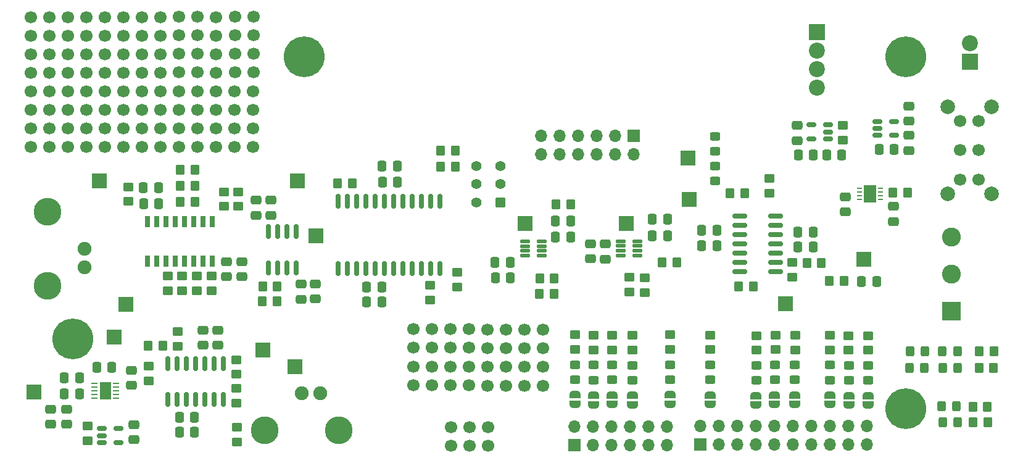
<source format=gts>
G04 #@! TF.GenerationSoftware,KiCad,Pcbnew,8.0.6*
G04 #@! TF.CreationDate,2025-06-21T10:27:38-07:00*
G04 #@! TF.ProjectId,complete_EPG,636f6d70-6c65-4746-955f-4550472e6b69,rev?*
G04 #@! TF.SameCoordinates,Original*
G04 #@! TF.FileFunction,Soldermask,Top*
G04 #@! TF.FilePolarity,Negative*
%FSLAX46Y46*%
G04 Gerber Fmt 4.6, Leading zero omitted, Abs format (unit mm)*
G04 Created by KiCad (PCBNEW 8.0.6) date 2025-06-21 10:27:38*
%MOMM*%
%LPD*%
G01*
G04 APERTURE LIST*
G04 Aperture macros list*
%AMRoundRect*
0 Rectangle with rounded corners*
0 $1 Rounding radius*
0 $2 $3 $4 $5 $6 $7 $8 $9 X,Y pos of 4 corners*
0 Add a 4 corners polygon primitive as box body*
4,1,4,$2,$3,$4,$5,$6,$7,$8,$9,$2,$3,0*
0 Add four circle primitives for the rounded corners*
1,1,$1+$1,$2,$3*
1,1,$1+$1,$4,$5*
1,1,$1+$1,$6,$7*
1,1,$1+$1,$8,$9*
0 Add four rect primitives between the rounded corners*
20,1,$1+$1,$2,$3,$4,$5,0*
20,1,$1+$1,$4,$5,$6,$7,0*
20,1,$1+$1,$6,$7,$8,$9,0*
20,1,$1+$1,$8,$9,$2,$3,0*%
%AMFreePoly0*
4,1,19,0.500000,-0.750000,0.000000,-0.750000,0.000000,-0.744911,-0.071157,-0.744911,-0.207708,-0.704816,-0.327430,-0.627875,-0.420627,-0.520320,-0.479746,-0.390866,-0.500000,-0.250000,-0.500000,0.250000,-0.479746,0.390866,-0.420627,0.520320,-0.327430,0.627875,-0.207708,0.704816,-0.071157,0.744911,0.000000,0.744911,0.000000,0.750000,0.500000,0.750000,0.500000,-0.750000,0.500000,-0.750000,
$1*%
%AMFreePoly1*
4,1,19,0.000000,0.744911,0.071157,0.744911,0.207708,0.704816,0.327430,0.627875,0.420627,0.520320,0.479746,0.390866,0.500000,0.250000,0.500000,-0.250000,0.479746,-0.390866,0.420627,-0.520320,0.327430,-0.627875,0.207708,-0.704816,0.071157,-0.744911,0.000000,-0.744911,0.000000,-0.750000,-0.500000,-0.750000,-0.500000,0.750000,0.000000,0.750000,0.000000,0.744911,0.000000,0.744911,
$1*%
G04 Aperture macros list end*
%ADD10R,0.787400X0.254000*%
%ADD11R,1.752600X2.489200*%
%ADD12C,1.700000*%
%ADD13C,3.810000*%
%ADD14C,1.905000*%
%ADD15C,5.600000*%
%ADD16R,2.000000X2.000000*%
%ADD17RoundRect,0.250000X-0.475000X0.337500X-0.475000X-0.337500X0.475000X-0.337500X0.475000X0.337500X0*%
%ADD18RoundRect,0.250000X0.450000X-0.350000X0.450000X0.350000X-0.450000X0.350000X-0.450000X-0.350000X0*%
%ADD19RoundRect,0.250000X0.337500X0.475000X-0.337500X0.475000X-0.337500X-0.475000X0.337500X-0.475000X0*%
%ADD20RoundRect,0.250000X0.475000X-0.337500X0.475000X0.337500X-0.475000X0.337500X-0.475000X-0.337500X0*%
%ADD21FreePoly0,270.000000*%
%ADD22FreePoly1,270.000000*%
%ADD23RoundRect,0.125000X-0.537500X-0.125000X0.537500X-0.125000X0.537500X0.125000X-0.537500X0.125000X0*%
%ADD24RoundRect,0.250000X-0.450000X0.325000X-0.450000X-0.325000X0.450000X-0.325000X0.450000X0.325000X0*%
%ADD25RoundRect,0.250000X0.325000X0.450000X-0.325000X0.450000X-0.325000X-0.450000X0.325000X-0.450000X0*%
%ADD26RoundRect,0.250000X-0.350000X-0.450000X0.350000X-0.450000X0.350000X0.450000X-0.350000X0.450000X0*%
%ADD27RoundRect,0.250000X0.350000X0.450000X-0.350000X0.450000X-0.350000X-0.450000X0.350000X-0.450000X0*%
%ADD28RoundRect,0.250000X-0.450000X0.350000X-0.450000X-0.350000X0.450000X-0.350000X0.450000X0.350000X0*%
%ADD29RoundRect,0.150000X0.150000X-0.825000X0.150000X0.825000X-0.150000X0.825000X-0.150000X-0.825000X0*%
%ADD30R,2.200000X2.200000*%
%ADD31C,2.200000*%
%ADD32R,1.640000X2.380000*%
%ADD33RoundRect,0.062500X-0.365000X-0.062500X0.365000X-0.062500X0.365000X0.062500X-0.365000X0.062500X0*%
%ADD34RoundRect,0.150000X-0.825000X-0.150000X0.825000X-0.150000X0.825000X0.150000X-0.825000X0.150000X0*%
%ADD35RoundRect,0.150000X-0.512500X-0.150000X0.512500X-0.150000X0.512500X0.150000X-0.512500X0.150000X0*%
%ADD36RoundRect,0.250000X-0.337500X-0.475000X0.337500X-0.475000X0.337500X0.475000X-0.337500X0.475000X0*%
%ADD37RoundRect,0.250000X-0.325000X-0.450000X0.325000X-0.450000X0.325000X0.450000X-0.325000X0.450000X0*%
%ADD38R,0.700000X1.525000*%
%ADD39O,1.700000X1.700000*%
%ADD40R,1.700000X1.700000*%
%ADD41C,1.400000*%
%ADD42RoundRect,0.250000X0.450000X-0.450000X0.450000X0.450000X-0.450000X0.450000X-0.450000X-0.450000X0*%
%ADD43RoundRect,0.150000X0.512500X0.150000X-0.512500X0.150000X-0.512500X-0.150000X0.512500X-0.150000X0*%
%ADD44R,2.600000X2.600000*%
%ADD45C,2.600000*%
%ADD46RoundRect,0.150000X0.150000X-0.875000X0.150000X0.875000X-0.150000X0.875000X-0.150000X-0.875000X0*%
%ADD47C,2.000000*%
G04 APERTURE END LIST*
D10*
X132291600Y-40247001D03*
X132291600Y-39747000D03*
X132291600Y-39247000D03*
X132291600Y-38746999D03*
X129370600Y-38746999D03*
X129370600Y-39247000D03*
X129370600Y-39747000D03*
X129370600Y-40247001D03*
D11*
X130831100Y-39497000D03*
D12*
X85968000Y-58107000D03*
X83433000Y-65802000D03*
X75768000Y-60577000D03*
X80888000Y-60647000D03*
X68153000Y-65732000D03*
X75773000Y-65732000D03*
X73228000Y-58037000D03*
X70688000Y-58037000D03*
X70728000Y-63187000D03*
X73228000Y-60577000D03*
X68148000Y-60577000D03*
X73233000Y-65732000D03*
X80888000Y-58107000D03*
X68188000Y-63187000D03*
X80888000Y-63187000D03*
X78348000Y-60647000D03*
X83428000Y-60647000D03*
X75808000Y-63187000D03*
X75768000Y-58037000D03*
X85968000Y-63187000D03*
X70693000Y-65732000D03*
X83428000Y-63187000D03*
X68148000Y-58037000D03*
X70688000Y-60577000D03*
X80893000Y-65802000D03*
X78353000Y-65802000D03*
X85973000Y-65802000D03*
X73268000Y-63187000D03*
X78348000Y-58107000D03*
X85968000Y-60647000D03*
X83428000Y-58107000D03*
X78348000Y-63187000D03*
D13*
X47778000Y-71949500D03*
D14*
X55398000Y-66869500D03*
D13*
X57938000Y-71949500D03*
D14*
X52858000Y-66869500D03*
D13*
X17925500Y-41957000D03*
D14*
X23005500Y-49577000D03*
D13*
X17925500Y-52117000D03*
D14*
X23005500Y-47037000D03*
D15*
X135708000Y-20677000D03*
X53158000Y-20677000D03*
X21408000Y-59412000D03*
X135708000Y-68937000D03*
D12*
X20708000Y-30527000D03*
D16*
X52248000Y-37727000D03*
D17*
X46553000Y-40394500D03*
X46553000Y-42469500D03*
X44648000Y-48797000D03*
X44648000Y-50872000D03*
D18*
X95428000Y-60889500D03*
X95428000Y-58889500D03*
D19*
X131745500Y-51507000D03*
X129670500Y-51507000D03*
D12*
X28328000Y-30527000D03*
X25788000Y-17827000D03*
D20*
X127458000Y-41964500D03*
X127458000Y-39889500D03*
D18*
X42158000Y-41237000D03*
X42158000Y-39237000D03*
D12*
X30868000Y-20367000D03*
D21*
X95428000Y-67100500D03*
D22*
X95428000Y-68400500D03*
D12*
X23248000Y-22907000D03*
D18*
X117847286Y-60869500D03*
X117847286Y-58869500D03*
D12*
X41103000Y-25442000D03*
X41103000Y-15282000D03*
D23*
X98925500Y-46008000D03*
X98925500Y-46658000D03*
X98925500Y-47308000D03*
X98925500Y-47958000D03*
X96650500Y-47958000D03*
X96650500Y-47308000D03*
X96650500Y-46658000D03*
X96650500Y-46008000D03*
D19*
X33225500Y-40887000D03*
X31150500Y-40887000D03*
D12*
X18168000Y-22907000D03*
D16*
X28688000Y-54697000D03*
D12*
X30868000Y-15287000D03*
X20708000Y-25447000D03*
D17*
X20578000Y-69019500D03*
X20578000Y-71094500D03*
D12*
X15628000Y-30527000D03*
D24*
X95428000Y-62967000D03*
X95428000Y-65017000D03*
D12*
X15628000Y-25447000D03*
D18*
X92918000Y-60918250D03*
X92918000Y-58918250D03*
D17*
X42528000Y-48797000D03*
X42528000Y-50872000D03*
D25*
X138348000Y-61127000D03*
X136298000Y-61127000D03*
D16*
X119228000Y-54577000D03*
D12*
X28328000Y-33067000D03*
D26*
X71928000Y-35777000D03*
X73928000Y-35777000D03*
D12*
X35948000Y-27987000D03*
D27*
X114778000Y-52197000D03*
X112778000Y-52197000D03*
D28*
X116998000Y-37387000D03*
X116998000Y-39387000D03*
D26*
X87728000Y-40982000D03*
X89728000Y-40982000D03*
D12*
X30868000Y-25447000D03*
X33408000Y-15287000D03*
D20*
X134068000Y-43274500D03*
X134068000Y-41199500D03*
D21*
X90338000Y-67059250D03*
D22*
X90338000Y-68359250D03*
D28*
X127070500Y-30147000D03*
X127070500Y-32147000D03*
D12*
X36018000Y-15247000D03*
D21*
X103393000Y-67043000D03*
D22*
X103393000Y-68343000D03*
D29*
X48238000Y-49638000D03*
X49508000Y-49638000D03*
X50778000Y-49638000D03*
X52048000Y-49638000D03*
X52048000Y-44688000D03*
X50778000Y-44688000D03*
X49508000Y-44688000D03*
X48238000Y-44688000D03*
D12*
X36018000Y-22867000D03*
D17*
X29453000Y-63694500D03*
X29453000Y-65769500D03*
D12*
X46183000Y-27982000D03*
X38558000Y-20327000D03*
D30*
X144538000Y-21417000D03*
D31*
X144538000Y-18877000D03*
D17*
X18353000Y-69019500D03*
X18353000Y-71094500D03*
D12*
X73308000Y-71517000D03*
D27*
X38148000Y-36237000D03*
X36148000Y-36237000D03*
D20*
X29848000Y-73204500D03*
X29848000Y-71129500D03*
D12*
X35948000Y-33067000D03*
X43713000Y-20322000D03*
X18168000Y-27987000D03*
D17*
X52738000Y-51869500D03*
X52738000Y-53944500D03*
D12*
X43713000Y-15242000D03*
X73308000Y-74057000D03*
X41103000Y-17822000D03*
X46253000Y-17782000D03*
D28*
X97798000Y-50947000D03*
X97798000Y-52947000D03*
D32*
X25878000Y-66532000D03*
D33*
X27325500Y-65532000D03*
X27325500Y-66032000D03*
X27325500Y-66532000D03*
X27325500Y-67032000D03*
X27325500Y-67532000D03*
X24430500Y-67532000D03*
X24430500Y-67032000D03*
X24430500Y-66532000D03*
X24430500Y-66032000D03*
X24430500Y-65532000D03*
D34*
X112913000Y-42557000D03*
X112913000Y-43827000D03*
X112913000Y-45097000D03*
X112913000Y-46367000D03*
X112913000Y-47637000D03*
X112913000Y-48907000D03*
X112913000Y-50177000D03*
X117863000Y-50177000D03*
X117863000Y-48907000D03*
X117863000Y-47637000D03*
X117863000Y-46367000D03*
X117863000Y-45097000D03*
X117863000Y-43827000D03*
X117863000Y-42557000D03*
D26*
X47488000Y-52177000D03*
X49488000Y-52177000D03*
D21*
X98218000Y-67138750D03*
D22*
X98218000Y-68438750D03*
D24*
X117758000Y-62947000D03*
X117758000Y-64997000D03*
D28*
X34453000Y-50782000D03*
X34453000Y-52782000D03*
D35*
X134138000Y-29587000D03*
X134138000Y-31487000D03*
X131863000Y-31487000D03*
X131863000Y-30537000D03*
X131863000Y-29587000D03*
D36*
X107720500Y-46647000D03*
X109795500Y-46647000D03*
D24*
X108893000Y-62945750D03*
X108893000Y-64995750D03*
D12*
X30868000Y-22907000D03*
D28*
X40453000Y-50782000D03*
X40453000Y-52782000D03*
D37*
X140823000Y-63407000D03*
X142873000Y-63407000D03*
D36*
X63870500Y-35737000D03*
X65945500Y-35737000D03*
D12*
X28328000Y-25447000D03*
D37*
X142825500Y-70865000D03*
X140775500Y-70865000D03*
D28*
X38453000Y-50782000D03*
X38453000Y-52782000D03*
D38*
X40533000Y-43305000D03*
X39263000Y-43305000D03*
X37993000Y-43305000D03*
X36723000Y-43305000D03*
X35453000Y-43305000D03*
X34183000Y-43305000D03*
X32913000Y-43305000D03*
X31643000Y-43305000D03*
X31643000Y-48729000D03*
X32913000Y-48729000D03*
X34183000Y-48729000D03*
X35453000Y-48729000D03*
X36723000Y-48729000D03*
X37993000Y-48729000D03*
X39263000Y-48729000D03*
X40533000Y-48729000D03*
D24*
X115240857Y-63019321D03*
X115240857Y-65069321D03*
D39*
X85719200Y-34097000D03*
X85719200Y-31557000D03*
X88259200Y-34097000D03*
X88259200Y-31557000D03*
X90799200Y-34097000D03*
X90799200Y-31557000D03*
X93339200Y-34097000D03*
X93339200Y-31557000D03*
X95879200Y-34097000D03*
X95879200Y-31557000D03*
X98419200Y-34097000D03*
D40*
X98419200Y-31557000D03*
D12*
X25788000Y-27987000D03*
D27*
X49438000Y-54277000D03*
X47438000Y-54277000D03*
D12*
X46253000Y-20322000D03*
D24*
X109578000Y-31602000D03*
X109578000Y-33652000D03*
D27*
X38158000Y-40617000D03*
X36158000Y-40617000D03*
D36*
X120950500Y-44777000D03*
X123025500Y-44777000D03*
D12*
X28328000Y-17827000D03*
X33408000Y-33067000D03*
X38558000Y-22867000D03*
X38558000Y-15247000D03*
D16*
X25088000Y-37747000D03*
D18*
X130598000Y-60967000D03*
X130598000Y-58967000D03*
D19*
X33165500Y-38687000D03*
X31090500Y-38687000D03*
D12*
X23248000Y-25447000D03*
X18168000Y-20367000D03*
D37*
X136223000Y-63367000D03*
X138273000Y-63367000D03*
D36*
X120968000Y-34142000D03*
X123043000Y-34142000D03*
D12*
X33408000Y-27987000D03*
X43643000Y-27982000D03*
X18168000Y-30527000D03*
D19*
X81455500Y-51002000D03*
X79380500Y-51002000D03*
D26*
X133938000Y-39327000D03*
X135938000Y-39327000D03*
D21*
X92918000Y-67129250D03*
D22*
X92918000Y-68429250D03*
D18*
X43968000Y-73527000D03*
X43968000Y-71527000D03*
X90338000Y-60848250D03*
X90338000Y-58848250D03*
D12*
X33408000Y-17827000D03*
D28*
X70458000Y-52077000D03*
X70458000Y-54077000D03*
D12*
X18168000Y-17827000D03*
X20708000Y-33067000D03*
D18*
X120163000Y-50937000D03*
X120163000Y-48937000D03*
D12*
X18168000Y-25447000D03*
X20708000Y-15287000D03*
X23248000Y-15287000D03*
X15628000Y-20367000D03*
D41*
X76810500Y-35677000D03*
X76810500Y-38177000D03*
X76810500Y-40677000D03*
X80110500Y-35677000D03*
X80110500Y-38177000D03*
D42*
X80110500Y-40677000D03*
D12*
X43643000Y-25442000D03*
D36*
X36060500Y-70152000D03*
X38135500Y-70152000D03*
D21*
X115180142Y-67152821D03*
D22*
X115180142Y-68452821D03*
D26*
X144958000Y-70865000D03*
X146958000Y-70865000D03*
D20*
X41328000Y-60269500D03*
X41328000Y-58194500D03*
D12*
X15628000Y-22907000D03*
D43*
X125063000Y-31947000D03*
X125063000Y-30997000D03*
X125063000Y-30047000D03*
X122788000Y-30047000D03*
X122788000Y-31947000D03*
D28*
X99928000Y-51032000D03*
X99928000Y-53032000D03*
D19*
X132060500Y-33417000D03*
X134135500Y-33417000D03*
D26*
X144932000Y-68725000D03*
X146932000Y-68725000D03*
D21*
X130598000Y-67178000D03*
D22*
X130598000Y-68478000D03*
D12*
X15628000Y-27987000D03*
D16*
X47468000Y-60967000D03*
D12*
X78388000Y-71517000D03*
X28328000Y-27987000D03*
D28*
X35830500Y-58404500D03*
X35830500Y-60404500D03*
D12*
X41103000Y-27982000D03*
X25788000Y-22907000D03*
X30868000Y-27987000D03*
D18*
X29018000Y-40547000D03*
X29018000Y-38547000D03*
D17*
X48623000Y-40369500D03*
X48623000Y-42444500D03*
D21*
X117707999Y-67080500D03*
D22*
X117707999Y-68380500D03*
D12*
X20708000Y-17827000D03*
D20*
X136108000Y-31479500D03*
X136108000Y-33554500D03*
D19*
X89735500Y-45423000D03*
X87660500Y-45423000D03*
X63840500Y-52282000D03*
X61765500Y-52282000D03*
D16*
X51898000Y-63177000D03*
D25*
X142800500Y-61087000D03*
X140750500Y-61087000D03*
D26*
X57788000Y-38097000D03*
X59788000Y-38097000D03*
D12*
X75848000Y-71517000D03*
D26*
X31780500Y-60344500D03*
X33780500Y-60344500D03*
D12*
X30868000Y-30527000D03*
X78388000Y-74057000D03*
D44*
X142010000Y-55555920D03*
D45*
X142010000Y-50475920D03*
X142010000Y-45395920D03*
D12*
X23248000Y-20367000D03*
D18*
X31803000Y-65132000D03*
X31803000Y-63132000D03*
D12*
X43643000Y-33062000D03*
X25788000Y-30527000D03*
D26*
X147808000Y-61087000D03*
X145808000Y-61087000D03*
D12*
X46183000Y-30522000D03*
X15628000Y-33067000D03*
D36*
X63890500Y-37857000D03*
X65965500Y-37857000D03*
D26*
X147768000Y-63367000D03*
X145768000Y-63367000D03*
D12*
X23248000Y-30527000D03*
D20*
X92503000Y-48419500D03*
X92503000Y-46344500D03*
D29*
X34438000Y-67729500D03*
X35708000Y-67729500D03*
X36978000Y-67729500D03*
X38248000Y-67729500D03*
X39518000Y-67729500D03*
X40788000Y-67729500D03*
X42058000Y-67729500D03*
X42058000Y-62779500D03*
X40788000Y-62779500D03*
X39518000Y-62779500D03*
X38248000Y-62779500D03*
X36978000Y-62779500D03*
X35708000Y-62779500D03*
X34438000Y-62779500D03*
D16*
X97358000Y-43567000D03*
D12*
X20708000Y-20367000D03*
D40*
X107543000Y-73918000D03*
D39*
X107543000Y-71378000D03*
X110083000Y-73918000D03*
X110083000Y-71378000D03*
X112623000Y-73918000D03*
X112623000Y-71378000D03*
X115163000Y-73918000D03*
X115163000Y-71378000D03*
X117703000Y-73918000D03*
X117703000Y-71378000D03*
X120243000Y-73918000D03*
X120243000Y-71378000D03*
X122783000Y-73918000D03*
X122783000Y-71378000D03*
X125323000Y-73918000D03*
X125323000Y-71378000D03*
X127863000Y-73918000D03*
X127863000Y-71378000D03*
X130403000Y-73918000D03*
X130403000Y-71378000D03*
D12*
X46183000Y-25442000D03*
D16*
X130008000Y-48447000D03*
D27*
X127268000Y-51427000D03*
X125268000Y-51427000D03*
D12*
X35948000Y-25447000D03*
D27*
X87453000Y-53182000D03*
X85453000Y-53182000D03*
D24*
X103398000Y-62934500D03*
X103398000Y-64984500D03*
D20*
X120795500Y-32214500D03*
X120795500Y-30139500D03*
D24*
X120508000Y-62977000D03*
X120508000Y-65027000D03*
D19*
X22328000Y-64732000D03*
X20253000Y-64732000D03*
D18*
X120579429Y-60899500D03*
X120579429Y-58899500D03*
D12*
X33408000Y-30527000D03*
X25788000Y-20367000D03*
D16*
X16074000Y-66651000D03*
D21*
X108893000Y-67079250D03*
D22*
X108893000Y-68379250D03*
D18*
X23448000Y-73357000D03*
X23448000Y-71357000D03*
D28*
X43900500Y-66194500D03*
X43900500Y-68194500D03*
D12*
X41103000Y-20362000D03*
X38488000Y-33067000D03*
D24*
X127942285Y-63041285D03*
X127942285Y-65091285D03*
D26*
X71928000Y-33617000D03*
X73928000Y-33617000D03*
D12*
X75848000Y-74057000D03*
X38488000Y-25447000D03*
X18168000Y-15287000D03*
D16*
X83508000Y-43567000D03*
D26*
X36188000Y-38367000D03*
X38188000Y-38367000D03*
D19*
X63810500Y-54332000D03*
X61735500Y-54332000D03*
D36*
X36040500Y-72207000D03*
X38115500Y-72207000D03*
D18*
X115248000Y-60941821D03*
X115248000Y-58941821D03*
D19*
X22353000Y-66932000D03*
X20278000Y-66932000D03*
D35*
X25445500Y-71707000D03*
X25445500Y-72657000D03*
X25445500Y-73607000D03*
X27720500Y-73607000D03*
X27720500Y-71707000D03*
D24*
X92918000Y-62995750D03*
X92918000Y-65045750D03*
D12*
X43713000Y-17782000D03*
X38488000Y-27987000D03*
D30*
X123568000Y-17302000D03*
D31*
X123568000Y-19842000D03*
X123568000Y-22382000D03*
X123568000Y-24922000D03*
D12*
X46253000Y-15242000D03*
X20708000Y-22907000D03*
D19*
X26778000Y-63282000D03*
X24703000Y-63282000D03*
X103015500Y-45243000D03*
X100940500Y-45243000D03*
D12*
X28328000Y-20367000D03*
X33408000Y-22907000D03*
X23248000Y-33067000D03*
X41103000Y-30522000D03*
D18*
X108893000Y-60868250D03*
X108893000Y-58868250D03*
D25*
X140653000Y-68645000D03*
X142703000Y-68645000D03*
D12*
X35948000Y-30527000D03*
X33408000Y-20367000D03*
D21*
X127924426Y-67174785D03*
D22*
X127924426Y-68474785D03*
D12*
X15628000Y-17827000D03*
D18*
X98218000Y-60927750D03*
X98218000Y-58927750D03*
D12*
X38558000Y-17787000D03*
D16*
X105968000Y-40247000D03*
D12*
X33408000Y-25447000D03*
D28*
X74148000Y-50297000D03*
X74148000Y-52297000D03*
D12*
X23248000Y-27987000D03*
D27*
X87478000Y-51082000D03*
X85478000Y-51082000D03*
D20*
X39328000Y-60269500D03*
X39328000Y-58194500D03*
D21*
X120468713Y-67110500D03*
D22*
X120468713Y-68410500D03*
D26*
X102298000Y-48907000D03*
X104298000Y-48907000D03*
X122168000Y-48997000D03*
X124168000Y-48997000D03*
D12*
X46253000Y-22862000D03*
X41103000Y-22902000D03*
D20*
X94523000Y-48439500D03*
X94523000Y-46364500D03*
D36*
X107720500Y-44507000D03*
X109795500Y-44507000D03*
D12*
X41103000Y-33062000D03*
X28328000Y-22907000D03*
D28*
X36453000Y-50782000D03*
X36453000Y-52782000D03*
D23*
X85745500Y-46023000D03*
X85745500Y-46673000D03*
X85745500Y-47323000D03*
X85745500Y-47973000D03*
X83470500Y-47973000D03*
X83470500Y-47323000D03*
X83470500Y-46673000D03*
X83470500Y-46023000D03*
D18*
X127878000Y-60963785D03*
X127878000Y-58963785D03*
D24*
X125308000Y-62984500D03*
X125308000Y-65034500D03*
D12*
X15628000Y-15287000D03*
D40*
X90248000Y-73928000D03*
D39*
X90248000Y-71388000D03*
X92788000Y-73928000D03*
X92788000Y-71388000D03*
X95328000Y-73928000D03*
X95328000Y-71388000D03*
X97868000Y-73928000D03*
X97868000Y-71388000D03*
X100408000Y-73928000D03*
X100408000Y-71388000D03*
X102948000Y-73928000D03*
X102948000Y-71388000D03*
D24*
X130580143Y-63044500D03*
X130580143Y-65094500D03*
D12*
X43643000Y-30522000D03*
D21*
X125279427Y-67118000D03*
D22*
X125279427Y-68418000D03*
D27*
X113588000Y-39407000D03*
X111588000Y-39407000D03*
D46*
X57793000Y-49782000D03*
X59063000Y-49782000D03*
X60333000Y-49782000D03*
X61603000Y-49782000D03*
X62873000Y-49782000D03*
X64143000Y-49782000D03*
X65413000Y-49782000D03*
X66683000Y-49782000D03*
X67953000Y-49782000D03*
X69223000Y-49782000D03*
X70493000Y-49782000D03*
X71763000Y-49782000D03*
X71763000Y-40482000D03*
X70493000Y-40482000D03*
X69223000Y-40482000D03*
X67953000Y-40482000D03*
X66683000Y-40482000D03*
X65413000Y-40482000D03*
X64143000Y-40482000D03*
X62873000Y-40482000D03*
X61603000Y-40482000D03*
X60333000Y-40482000D03*
X59063000Y-40482000D03*
X57793000Y-40482000D03*
D17*
X136128000Y-29524500D03*
X136128000Y-27449500D03*
D12*
X23248000Y-17827000D03*
D18*
X44158000Y-41237000D03*
X44158000Y-39237000D03*
X43890500Y-64254500D03*
X43890500Y-62254500D03*
D12*
X145708000Y-29527000D03*
X145708000Y-33527000D03*
X145708000Y-37527000D03*
X143208000Y-29527000D03*
X143208000Y-33527000D03*
X143208000Y-37527000D03*
D47*
X147458000Y-27527000D03*
X141458000Y-27527000D03*
X147458000Y-39527000D03*
X141458000Y-39527000D03*
D12*
X36018000Y-17787000D03*
X20708000Y-27987000D03*
D24*
X109598000Y-37724500D03*
X109598000Y-35674500D03*
D16*
X105878000Y-34607000D03*
D12*
X18168000Y-33067000D03*
X25788000Y-33067000D03*
D19*
X81415500Y-48882000D03*
X79340500Y-48882000D03*
X126933000Y-34142000D03*
X124858000Y-34142000D03*
D36*
X120950500Y-46777000D03*
X123025500Y-46777000D03*
D18*
X125336572Y-60907000D03*
X125336572Y-58907000D03*
D19*
X89735500Y-43193000D03*
X87660500Y-43193000D03*
D12*
X25788000Y-25447000D03*
X28328000Y-15287000D03*
X30868000Y-17827000D03*
X43713000Y-22862000D03*
D18*
X103383000Y-60833000D03*
X103383000Y-58833000D03*
D12*
X25788000Y-15287000D03*
D16*
X27058000Y-59187000D03*
D24*
X98218000Y-63005250D03*
X98218000Y-65055250D03*
D12*
X36018000Y-20327000D03*
D19*
X103015500Y-43013000D03*
X100940500Y-43013000D03*
D12*
X46183000Y-33062000D03*
X38488000Y-30527000D03*
D24*
X90338000Y-62925750D03*
X90338000Y-64975750D03*
D16*
X54808000Y-45237000D03*
D17*
X54698000Y-51859500D03*
X54698000Y-53934500D03*
D12*
X30868000Y-33067000D03*
M02*

</source>
